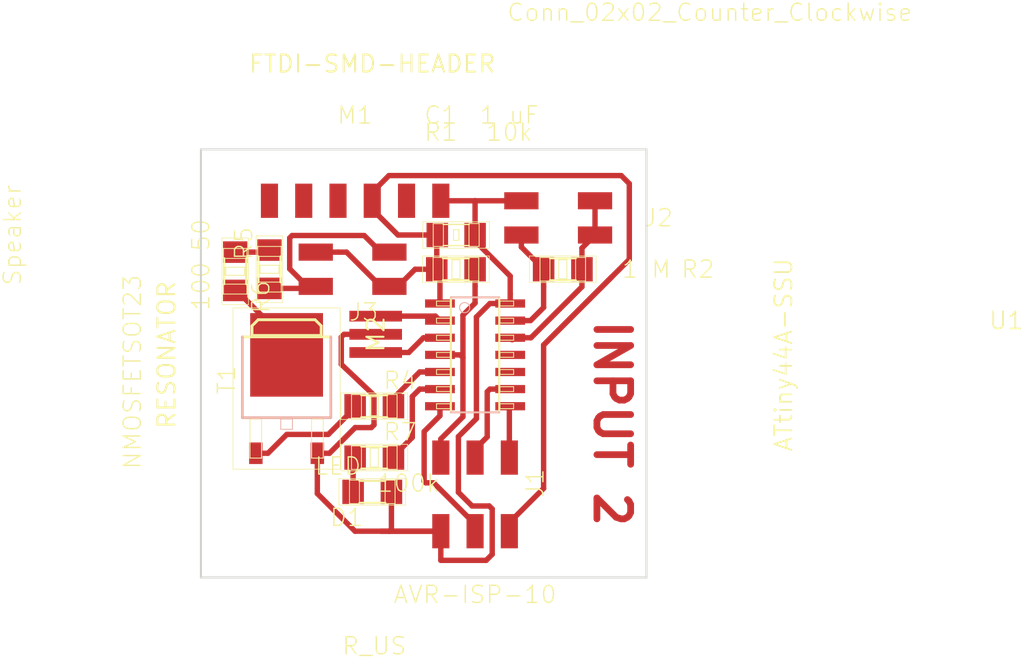
<source format=kicad_pcb>
(kicad_pcb (version 20171130) (host pcbnew 5.0.1)

  (general
    (thickness 1.6)
    (drawings 5)
    (tracks 146)
    (zones 0)
    (modules 15)
    (nets 24)
  )

  (page A4)
  (layers
    (0 F.Cu signal)
    (31 B.Cu signal)
    (32 B.Adhes user)
    (33 F.Adhes user)
    (34 B.Paste user)
    (35 F.Paste user)
    (36 B.SilkS user)
    (37 F.SilkS user)
    (38 B.Mask user)
    (39 F.Mask user)
    (40 Dwgs.User user)
    (41 Cmts.User user)
    (42 Eco1.User user)
    (43 Eco2.User user)
    (44 Edge.Cuts user)
    (45 Margin user)
    (46 B.CrtYd user)
    (47 F.CrtYd user)
    (48 B.Fab user)
    (49 F.Fab user)
  )

  (setup
    (last_trace_width 0.4)
    (trace_clearance 0.4)
    (zone_clearance 0.508)
    (zone_45_only no)
    (trace_min 0.2)
    (segment_width 0.2)
    (edge_width 0.15)
    (via_size 0.8)
    (via_drill 0.4)
    (via_min_size 0.4)
    (via_min_drill 0.3)
    (uvia_size 0.3)
    (uvia_drill 0.1)
    (uvias_allowed no)
    (uvia_min_size 0.2)
    (uvia_min_drill 0.1)
    (pcb_text_width 0.3)
    (pcb_text_size 1.5 1.5)
    (mod_edge_width 0.15)
    (mod_text_size 1 1)
    (mod_text_width 0.15)
    (pad_size 1.524 1.524)
    (pad_drill 0.762)
    (pad_to_mask_clearance 0.051)
    (solder_mask_min_width 0.25)
    (aux_axis_origin 0 0)
    (visible_elements FFFFFF7F)
    (pcbplotparams
      (layerselection 0x010fc_ffffffff)
      (usegerberextensions false)
      (usegerberattributes false)
      (usegerberadvancedattributes false)
      (creategerberjobfile false)
      (excludeedgelayer true)
      (linewidth 0.100000)
      (plotframeref false)
      (viasonmask false)
      (mode 1)
      (useauxorigin false)
      (hpglpennumber 1)
      (hpglpenspeed 20)
      (hpglpendiameter 15.000000)
      (psnegative false)
      (psa4output false)
      (plotreference true)
      (plotvalue true)
      (plotinvisibletext false)
      (padsonsilk false)
      (subtractmaskfromsilk false)
      (outputformat 1)
      (mirror false)
      (drillshape 1)
      (scaleselection 1)
      (outputdirectory ""))
  )

  (net 0 "")
  (net 1 Earth)
  (net 2 "Net-(M1-Pad2)")
  (net 3 +5V)
  (net 4 "Net-(M1-Pad4)")
  (net 5 /SCK)
  (net 6 "Net-(M1-Pad6)")
  (net 7 /XTAL1)
  (net 8 /XTAL2)
  (net 9 /MOSI)
  (net 10 "Net-(J1-Pad5)")
  (net 11 /SENSE2)
  (net 12 /SENSE1)
  (net 13 /MISO)
  (net 14 "Net-(U1-Pad10)")
  (net 15 "Net-(U1-Pad11)")
  (net 16 "Net-(J3-Pad2)")
  (net 17 "Net-(M1-Pad5)")
  (net 18 "Net-(R4-Pad1)")
  (net 19 /IC-SPEAKER)
  (net 20 "Net-(R5-Pad2)")
  (net 21 "Net-(R6-Pad2)")
  (net 22 /LED1)
  (net 23 "Net-(D1-Pad2)")

  (net_class Default "This is the default net class."
    (clearance 0.4)
    (trace_width 0.4)
    (via_dia 0.8)
    (via_drill 0.4)
    (uvia_dia 0.3)
    (uvia_drill 0.1)
    (add_net +5V)
    (add_net /IC-SPEAKER)
    (add_net /LED1)
    (add_net /MISO)
    (add_net /MOSI)
    (add_net /SCK)
    (add_net /SENSE1)
    (add_net /SENSE2)
    (add_net /XTAL1)
    (add_net /XTAL2)
    (add_net Earth)
    (add_net "Net-(D1-Pad2)")
    (add_net "Net-(J1-Pad5)")
    (add_net "Net-(J3-Pad2)")
    (add_net "Net-(M1-Pad2)")
    (add_net "Net-(M1-Pad4)")
    (add_net "Net-(M1-Pad5)")
    (add_net "Net-(M1-Pad6)")
    (add_net "Net-(R4-Pad1)")
    (add_net "Net-(R5-Pad2)")
    (add_net "Net-(R6-Pad2)")
    (add_net "Net-(U1-Pad10)")
    (add_net "Net-(U1-Pad11)")
  )

  (module fab:fab-TO252 (layer F.Cu) (tedit 200000) (tstamp 5BE0EBEE)
    (at 204.47 142.19936)
    (descr "SMALL OUTLINE TRANSISTOR")
    (tags "SMALL OUTLINE TRANSISTOR")
    (path /5BE16F92)
    (attr smd)
    (fp_text reference T1 (at -4.445 -0.635 90) (layer F.SilkS)
      (effects (font (size 1.27 1.27) (thickness 0.1016)))
    )
    (fp_text value NMOSFETSOT23 (at -11.43 -1.22936 90) (layer F.SilkS)
      (effects (font (size 1.27 1.27) (thickness 0.1016)))
    )
    (fp_line (start 2.5654 -3.937) (end -2.5654 -3.937) (layer F.SilkS) (width 0.19812))
    (fp_line (start 2.5654 -4.6482) (end 2.5654 -3.937) (layer F.SilkS) (width 0.19812))
    (fp_line (start 2.1082 -5.1054) (end 2.5654 -4.6482) (layer F.SilkS) (width 0.19812))
    (fp_line (start -2.1082 -5.1054) (end 2.1082 -5.1054) (layer F.SilkS) (width 0.19812))
    (fp_line (start -2.5654 -4.6482) (end -2.1082 -5.1054) (layer F.SilkS) (width 0.19812))
    (fp_line (start -2.5654 -3.937) (end -2.5654 -4.6482) (layer F.SilkS) (width 0.19812))
    (fp_line (start 2.5654 -3.937) (end -2.5654 -3.937) (layer F.SilkS) (width 0.2032))
    (fp_line (start 2.5654 -4.6482) (end 2.5654 -3.937) (layer F.SilkS) (width 0.2032))
    (fp_line (start 2.1082 -5.1054) (end 2.5654 -4.6482) (layer F.SilkS) (width 0.2032))
    (fp_line (start -2.1082 -5.1054) (end 2.1082 -5.1054) (layer F.SilkS) (width 0.2032))
    (fp_line (start -2.5654 -4.6482) (end -2.1082 -5.1054) (layer F.SilkS) (width 0.2032))
    (fp_line (start -2.5654 -3.937) (end -2.5654 -4.6482) (layer F.SilkS) (width 0.2032))
    (fp_line (start 3.97256 -5.9817) (end 3.97256 5.9817) (layer F.SilkS) (width 0.0508))
    (fp_line (start -3.97256 5.9817) (end -3.97256 -5.9817) (layer F.SilkS) (width 0.0508))
    (fp_line (start 3.97256 5.9817) (end -3.97256 5.9817) (layer F.SilkS) (width 0.0508))
    (fp_line (start -3.97256 -5.9817) (end 3.97256 -5.9817) (layer F.SilkS) (width 0.0508))
    (fp_line (start -3.2766 -3.83286) (end 3.2766 -3.83286) (layer F.SilkS) (width 0.2032))
    (fp_line (start -3.2766 2.159) (end -3.2766 -3.8354) (layer B.SilkS) (width 0.2032))
    (fp_line (start 3.2766 2.159) (end -3.2766 2.159) (layer B.SilkS) (width 0.2032))
    (fp_line (start 3.2766 -3.8354) (end 3.2766 2.159) (layer B.SilkS) (width 0.2032))
    (fp_line (start -0.4318 3.0226) (end -0.4318 2.2606) (layer B.SilkS) (width 0.06604))
    (fp_line (start -0.4318 2.2606) (end 0.4318 2.2606) (layer B.SilkS) (width 0.06604))
    (fp_line (start 0.4318 3.0226) (end 0.4318 2.2606) (layer B.SilkS) (width 0.06604))
    (fp_line (start -0.4318 3.0226) (end 0.4318 3.0226) (layer B.SilkS) (width 0.06604))
    (fp_line (start 1.8542 5.1562) (end 1.8542 2.2606) (layer F.SilkS) (width 0.06604))
    (fp_line (start 1.8542 2.2606) (end 2.7178 2.2606) (layer F.SilkS) (width 0.06604))
    (fp_line (start 2.7178 5.1562) (end 2.7178 2.2606) (layer F.SilkS) (width 0.06604))
    (fp_line (start 1.8542 5.1562) (end 2.7178 5.1562) (layer F.SilkS) (width 0.06604))
    (fp_line (start -2.7178 5.1562) (end -2.7178 2.2606) (layer F.SilkS) (width 0.06604))
    (fp_line (start -2.7178 2.2606) (end -1.8542 2.2606) (layer F.SilkS) (width 0.06604))
    (fp_line (start -1.8542 5.1562) (end -1.8542 2.2606) (layer F.SilkS) (width 0.06604))
    (fp_line (start -2.7178 5.1562) (end -1.8542 5.1562) (layer F.SilkS) (width 0.06604))
    (pad 3 smd rect (at 0 -2.49936) (size 5.3975 6.1976) (layers F.Cu F.Paste F.Mask)
      (net 21 "Net-(R6-Pad2)"))
    (pad 2 smd rect (at 2.27838 4.79806) (size 0.99822 1.59766) (layers F.Cu F.Paste F.Mask)
      (net 1 Earth))
    (pad 1 smd rect (at -2.27838 4.79806) (size 0.99822 1.59766) (layers F.Cu F.Paste F.Mask)
      (net 18 "Net-(R4-Pad1)"))
  )

  (module fab:fab-R1206 (layer F.Cu) (tedit 200000) (tstamp 5BE0EDAF)
    (at 217.02014 133.35)
    (descr RESISTOR)
    (tags RESISTOR)
    (path /5BE0E8C1)
    (attr smd)
    (fp_text reference R1 (at -1.12014 -10.16) (layer F.SilkS)
      (effects (font (size 1.27 1.27) (thickness 0.1016)))
    )
    (fp_text value 10k (at 3.95986 -10.16) (layer F.SilkS)
      (effects (font (size 1.27 1.27) (thickness 0.1016)))
    )
    (fp_line (start -1.6891 0.8763) (end -0.9525 0.8763) (layer F.SilkS) (width 0.06604))
    (fp_line (start -0.9525 0.8763) (end -0.9525 -0.8763) (layer F.SilkS) (width 0.06604))
    (fp_line (start -1.6891 -0.8763) (end -0.9525 -0.8763) (layer F.SilkS) (width 0.06604))
    (fp_line (start -1.6891 0.8763) (end -1.6891 -0.8763) (layer F.SilkS) (width 0.06604))
    (fp_line (start 0.9525 0.8763) (end 1.6891 0.8763) (layer F.SilkS) (width 0.06604))
    (fp_line (start 1.6891 0.8763) (end 1.6891 -0.8763) (layer F.SilkS) (width 0.06604))
    (fp_line (start 0.9525 -0.8763) (end 1.6891 -0.8763) (layer F.SilkS) (width 0.06604))
    (fp_line (start 0.9525 0.8763) (end 0.9525 -0.8763) (layer F.SilkS) (width 0.06604))
    (fp_line (start -0.29972 0.6985) (end 0.29972 0.6985) (layer F.SilkS) (width 0.06604))
    (fp_line (start 0.29972 0.6985) (end 0.29972 -0.6985) (layer F.SilkS) (width 0.06604))
    (fp_line (start -0.29972 -0.6985) (end 0.29972 -0.6985) (layer F.SilkS) (width 0.06604))
    (fp_line (start -0.29972 0.6985) (end -0.29972 -0.6985) (layer F.SilkS) (width 0.06604))
    (fp_line (start 0.9525 0.8128) (end -0.9652 0.8128) (layer F.SilkS) (width 0.1524))
    (fp_line (start 0.9525 -0.8128) (end -0.9652 -0.8128) (layer F.SilkS) (width 0.1524))
    (fp_line (start -2.47142 -0.98298) (end 2.47142 -0.98298) (layer F.SilkS) (width 0.0508))
    (fp_line (start 2.47142 -0.98298) (end 2.47142 0.98298) (layer F.SilkS) (width 0.0508))
    (fp_line (start 2.47142 0.98298) (end -2.47142 0.98298) (layer F.SilkS) (width 0.0508))
    (fp_line (start -2.47142 0.98298) (end -2.47142 -0.98298) (layer F.SilkS) (width 0.0508))
    (pad 1 smd rect (at -1.41986 0) (size 1.59766 1.80086) (layers F.Cu F.Paste F.Mask)
      (net 3 +5V))
    (pad 2 smd rect (at 1.41986 0) (size 1.59766 1.80086) (layers F.Cu F.Paste F.Mask)
      (net 10 "Net-(J1-Pad5)"))
  )

  (module fab:fab-R1206 (layer F.Cu) (tedit 200000) (tstamp 5BE0EDC7)
    (at 224.93986 133.35 180)
    (descr RESISTOR)
    (tags RESISTOR)
    (path /5BE117D5)
    (attr smd)
    (fp_text reference R2 (at -10.01014 0 180) (layer F.SilkS)
      (effects (font (size 1.27 1.27) (thickness 0.1016)))
    )
    (fp_text value "1 M" (at -6.20014 0 180) (layer F.SilkS)
      (effects (font (size 1.27 1.27) (thickness 0.1016)))
    )
    (fp_line (start -2.47142 0.98298) (end -2.47142 -0.98298) (layer F.SilkS) (width 0.0508))
    (fp_line (start 2.47142 0.98298) (end -2.47142 0.98298) (layer F.SilkS) (width 0.0508))
    (fp_line (start 2.47142 -0.98298) (end 2.47142 0.98298) (layer F.SilkS) (width 0.0508))
    (fp_line (start -2.47142 -0.98298) (end 2.47142 -0.98298) (layer F.SilkS) (width 0.0508))
    (fp_line (start 0.9525 -0.8128) (end -0.9652 -0.8128) (layer F.SilkS) (width 0.1524))
    (fp_line (start 0.9525 0.8128) (end -0.9652 0.8128) (layer F.SilkS) (width 0.1524))
    (fp_line (start -0.29972 0.6985) (end -0.29972 -0.6985) (layer F.SilkS) (width 0.06604))
    (fp_line (start -0.29972 -0.6985) (end 0.29972 -0.6985) (layer F.SilkS) (width 0.06604))
    (fp_line (start 0.29972 0.6985) (end 0.29972 -0.6985) (layer F.SilkS) (width 0.06604))
    (fp_line (start -0.29972 0.6985) (end 0.29972 0.6985) (layer F.SilkS) (width 0.06604))
    (fp_line (start 0.9525 0.8763) (end 0.9525 -0.8763) (layer F.SilkS) (width 0.06604))
    (fp_line (start 0.9525 -0.8763) (end 1.6891 -0.8763) (layer F.SilkS) (width 0.06604))
    (fp_line (start 1.6891 0.8763) (end 1.6891 -0.8763) (layer F.SilkS) (width 0.06604))
    (fp_line (start 0.9525 0.8763) (end 1.6891 0.8763) (layer F.SilkS) (width 0.06604))
    (fp_line (start -1.6891 0.8763) (end -1.6891 -0.8763) (layer F.SilkS) (width 0.06604))
    (fp_line (start -1.6891 -0.8763) (end -0.9525 -0.8763) (layer F.SilkS) (width 0.06604))
    (fp_line (start -0.9525 0.8763) (end -0.9525 -0.8763) (layer F.SilkS) (width 0.06604))
    (fp_line (start -1.6891 0.8763) (end -0.9525 0.8763) (layer F.SilkS) (width 0.06604))
    (pad 2 smd rect (at 1.41986 0 180) (size 1.59766 1.80086) (layers F.Cu F.Paste F.Mask)
      (net 11 /SENSE2))
    (pad 1 smd rect (at -1.41986 0 180) (size 1.59766 1.80086) (layers F.Cu F.Paste F.Mask)
      (net 12 /SENSE1))
  )

  (module fab:fab-1X06SMD (layer F.Cu) (tedit 200000) (tstamp 5BE0EBD0)
    (at 209.55 128.27 270)
    (path /5BE150B5)
    (attr smd)
    (fp_text reference M1 (at -6.35 0) (layer F.SilkS)
      (effects (font (size 1.27 1.27) (thickness 0.1016)))
    )
    (fp_text value FTDI-SMD-HEADER (at -10.16 -1.27) (layer F.SilkS)
      (effects (font (size 1.27 1.27) (thickness 0.15)))
    )
    (pad 1 smd rect (at 0 -6.35 270) (size 2.54 1.27) (layers F.Cu F.Paste F.Mask)
      (net 1 Earth))
    (pad 2 smd rect (at 0 -3.81 270) (size 2.54 1.27) (layers F.Cu F.Paste F.Mask)
      (net 2 "Net-(M1-Pad2)"))
    (pad 3 smd rect (at 0 -1.27 270) (size 2.54 1.27) (layers F.Cu F.Paste F.Mask)
      (net 3 +5V))
    (pad 4 smd rect (at 0 1.27 270) (size 2.54 1.27) (layers F.Cu F.Paste F.Mask)
      (net 4 "Net-(M1-Pad4)"))
    (pad 5 smd rect (at 0 3.81 270) (size 2.54 1.27) (layers F.Cu F.Paste F.Mask)
      (net 17 "Net-(M1-Pad5)"))
    (pad 6 smd rect (at 0 6.35 270) (size 2.54 1.27) (layers F.Cu F.Paste F.Mask)
      (net 6 "Net-(M1-Pad6)"))
  )

  (module fab:fab-EFOBM (layer F.Cu) (tedit 200000) (tstamp 5BE0EBD7)
    (at 211.074 138.176 270)
    (path /5BE17485)
    (attr smd)
    (fp_text reference M2 (at 0 0 270) (layer F.SilkS)
      (effects (font (size 1.27 1.27) (thickness 0.15)))
    )
    (fp_text value RESONATOR (at 1.524 15.494 270) (layer F.SilkS)
      (effects (font (size 1.27 1.27) (thickness 0.15)))
    )
    (pad 1 smd rect (at -1.34874 0) (size 3.8989 0.79756) (layers F.Cu F.Paste F.Mask)
      (net 7 /XTAL1))
    (pad 2 smd rect (at 0 0 180) (size 3.8989 0.79756) (layers F.Cu F.Paste F.Mask)
      (net 1 Earth))
    (pad 3 smd rect (at 1.34874 0 180) (size 3.8989 0.79756) (layers F.Cu F.Paste F.Mask)
      (net 8 /XTAL2))
  )

  (module fab:fab-C1206 (layer F.Cu) (tedit 200000) (tstamp 5BE0ED85)
    (at 217.04046 130.81)
    (descr CAPACITOR)
    (tags CAPACITOR)
    (path /5BE0E626)
    (attr smd)
    (fp_text reference C1 (at -1.14046 -8.89) (layer F.SilkS)
      (effects (font (size 1.27 1.27) (thickness 0.1016)))
    )
    (fp_text value "1 uF" (at 3.93954 -8.89) (layer F.SilkS)
      (effects (font (size 1.27 1.27) (thickness 0.1016)))
    )
    (fp_line (start -1.7018 0.8509) (end -0.94996 0.8509) (layer F.SilkS) (width 0.06604))
    (fp_line (start -0.94996 0.8509) (end -0.94996 -0.84836) (layer F.SilkS) (width 0.06604))
    (fp_line (start -1.7018 -0.84836) (end -0.94996 -0.84836) (layer F.SilkS) (width 0.06604))
    (fp_line (start -1.7018 0.8509) (end -1.7018 -0.84836) (layer F.SilkS) (width 0.06604))
    (fp_line (start 0.94996 0.84836) (end 1.7018 0.84836) (layer F.SilkS) (width 0.06604))
    (fp_line (start 1.7018 0.84836) (end 1.7018 -0.8509) (layer F.SilkS) (width 0.06604))
    (fp_line (start 0.94996 -0.8509) (end 1.7018 -0.8509) (layer F.SilkS) (width 0.06604))
    (fp_line (start 0.94996 0.84836) (end 0.94996 -0.8509) (layer F.SilkS) (width 0.06604))
    (fp_line (start -0.19812 0.39878) (end 0.19812 0.39878) (layer F.SilkS) (width 0.06604))
    (fp_line (start 0.19812 0.39878) (end 0.19812 -0.39878) (layer F.SilkS) (width 0.06604))
    (fp_line (start -0.19812 -0.39878) (end 0.19812 -0.39878) (layer F.SilkS) (width 0.06604))
    (fp_line (start -0.19812 0.39878) (end -0.19812 -0.39878) (layer F.SilkS) (width 0.06604))
    (fp_line (start -2.47142 -0.98298) (end 2.47142 -0.98298) (layer F.SilkS) (width 0.0508))
    (fp_line (start 2.47142 0.98298) (end -2.47142 0.98298) (layer F.SilkS) (width 0.0508))
    (fp_line (start -2.47142 0.98298) (end -2.47142 -0.98298) (layer F.SilkS) (width 0.0508))
    (fp_line (start 2.47142 -0.98298) (end 2.47142 0.98298) (layer F.SilkS) (width 0.0508))
    (fp_line (start -0.96266 -0.78486) (end 0.96266 -0.78486) (layer F.SilkS) (width 0.1016))
    (fp_line (start -0.96266 0.78486) (end 0.96266 0.78486) (layer F.SilkS) (width 0.1016))
    (pad 1 smd rect (at -1.39954 0) (size 1.59766 1.79832) (layers F.Cu F.Paste F.Mask)
      (net 3 +5V))
    (pad 2 smd rect (at 1.39954 0) (size 1.59766 1.79832) (layers F.Cu F.Paste F.Mask)
      (net 1 Earth))
  )

  (module fab:fab-2X03SMD (layer F.Cu) (tedit 200000) (tstamp 5BE0ED8F)
    (at 218.44 149.86 270)
    (path /5BE0E527)
    (attr smd)
    (fp_text reference J1 (at -0.635 -4.445 270) (layer F.SilkS)
      (effects (font (size 1.27 1.27) (thickness 0.1016)))
    )
    (fp_text value AVR-ISP-10 (at 7.62 0) (layer F.SilkS)
      (effects (font (size 1.27 1.27) (thickness 0.1016)))
    )
    (pad 1 smd rect (at -2.54 -2.54 270) (size 2.54 1.27) (layers F.Cu F.Paste F.Mask)
      (net 13 /MISO))
    (pad 2 smd rect (at 2.91846 -2.54 270) (size 2.54 1.27) (layers F.Cu F.Paste F.Mask)
      (net 3 +5V))
    (pad 3 smd rect (at -2.54 0 270) (size 2.54 1.27) (layers F.Cu F.Paste F.Mask)
      (net 5 /SCK))
    (pad 4 smd rect (at 2.91846 0 270) (size 2.54 1.27) (layers F.Cu F.Paste F.Mask)
      (net 9 /MOSI))
    (pad 5 smd rect (at -2.54 2.54 270) (size 2.54 1.27) (layers F.Cu F.Paste F.Mask)
      (net 10 "Net-(J1-Pad5)"))
    (pad 6 smd rect (at 2.91846 2.54 270) (size 2.54 1.27) (layers F.Cu F.Paste F.Mask)
      (net 1 Earth))
  )

  (module fab:fab-SOIC14 (layer F.Cu) (tedit 200000) (tstamp 5BE0EF8A)
    (at 218.44 139.7 270)
    (descr "SMALL OUTLINE PACKAGE")
    (tags "SMALL OUTLINE PACKAGE")
    (path /5BE0E444)
    (attr smd)
    (fp_text reference U1 (at -2.54 -39.37) (layer F.SilkS)
      (effects (font (size 1.27 1.27) (thickness 0.127)))
    )
    (fp_text value ATtiny44A-SSU (at 0 -22.86 270) (layer F.SilkS)
      (effects (font (size 1.27 1.27) (thickness 0.127)))
    )
    (fp_line (start -3.9878 -1.8415) (end -3.62966 -1.8415) (layer F.SilkS) (width 0.06604))
    (fp_line (start -3.62966 -1.8415) (end -3.62966 -2.8575) (layer F.SilkS) (width 0.06604))
    (fp_line (start -3.9878 -2.8575) (end -3.62966 -2.8575) (layer F.SilkS) (width 0.06604))
    (fp_line (start -3.9878 -1.8415) (end -3.9878 -2.8575) (layer F.SilkS) (width 0.06604))
    (fp_line (start -2.7178 -1.8415) (end -2.3622 -1.8415) (layer F.SilkS) (width 0.06604))
    (fp_line (start -2.3622 -1.8415) (end -2.3622 -2.8575) (layer F.SilkS) (width 0.06604))
    (fp_line (start -2.7178 -2.8575) (end -2.3622 -2.8575) (layer F.SilkS) (width 0.06604))
    (fp_line (start -2.7178 -1.8415) (end -2.7178 -2.8575) (layer F.SilkS) (width 0.06604))
    (fp_line (start -1.4478 -1.8415) (end -1.08966 -1.8415) (layer F.SilkS) (width 0.06604))
    (fp_line (start -1.08966 -1.8415) (end -1.08966 -2.8575) (layer F.SilkS) (width 0.06604))
    (fp_line (start -1.4478 -2.8575) (end -1.08966 -2.8575) (layer F.SilkS) (width 0.06604))
    (fp_line (start -1.4478 -1.8415) (end -1.4478 -2.8575) (layer F.SilkS) (width 0.06604))
    (fp_line (start -0.1778 -1.8415) (end 0.1778 -1.8415) (layer F.SilkS) (width 0.06604))
    (fp_line (start 0.1778 -1.8415) (end 0.1778 -2.8575) (layer F.SilkS) (width 0.06604))
    (fp_line (start -0.1778 -2.8575) (end 0.1778 -2.8575) (layer F.SilkS) (width 0.06604))
    (fp_line (start -0.1778 -1.8415) (end -0.1778 -2.8575) (layer F.SilkS) (width 0.06604))
    (fp_line (start 1.08966 -1.8415) (end 1.4478 -1.8415) (layer F.SilkS) (width 0.06604))
    (fp_line (start 1.4478 -1.8415) (end 1.4478 -2.8575) (layer F.SilkS) (width 0.06604))
    (fp_line (start 1.08966 -2.8575) (end 1.4478 -2.8575) (layer F.SilkS) (width 0.06604))
    (fp_line (start 1.08966 -1.8415) (end 1.08966 -2.8575) (layer F.SilkS) (width 0.06604))
    (fp_line (start 2.3622 -1.8415) (end 2.7178 -1.8415) (layer F.SilkS) (width 0.06604))
    (fp_line (start 2.7178 -1.8415) (end 2.7178 -2.8575) (layer F.SilkS) (width 0.06604))
    (fp_line (start 2.3622 -2.8575) (end 2.7178 -2.8575) (layer F.SilkS) (width 0.06604))
    (fp_line (start 2.3622 -1.8415) (end 2.3622 -2.8575) (layer F.SilkS) (width 0.06604))
    (fp_line (start 3.62966 -1.8415) (end 3.9878 -1.8415) (layer F.SilkS) (width 0.06604))
    (fp_line (start 3.9878 -1.8415) (end 3.9878 -2.8575) (layer F.SilkS) (width 0.06604))
    (fp_line (start 3.62966 -2.8575) (end 3.9878 -2.8575) (layer F.SilkS) (width 0.06604))
    (fp_line (start 3.62966 -1.8415) (end 3.62966 -2.8575) (layer F.SilkS) (width 0.06604))
    (fp_line (start 3.62966 2.8575) (end 3.9878 2.8575) (layer F.SilkS) (width 0.06604))
    (fp_line (start 3.9878 2.8575) (end 3.9878 1.8415) (layer F.SilkS) (width 0.06604))
    (fp_line (start 3.62966 1.8415) (end 3.9878 1.8415) (layer F.SilkS) (width 0.06604))
    (fp_line (start 3.62966 2.8575) (end 3.62966 1.8415) (layer F.SilkS) (width 0.06604))
    (fp_line (start 2.3622 2.8575) (end 2.7178 2.8575) (layer F.SilkS) (width 0.06604))
    (fp_line (start 2.7178 2.8575) (end 2.7178 1.8415) (layer F.SilkS) (width 0.06604))
    (fp_line (start 2.3622 1.8415) (end 2.7178 1.8415) (layer F.SilkS) (width 0.06604))
    (fp_line (start 2.3622 2.8575) (end 2.3622 1.8415) (layer F.SilkS) (width 0.06604))
    (fp_line (start 1.08966 2.8575) (end 1.4478 2.8575) (layer F.SilkS) (width 0.06604))
    (fp_line (start 1.4478 2.8575) (end 1.4478 1.8415) (layer F.SilkS) (width 0.06604))
    (fp_line (start 1.08966 1.8415) (end 1.4478 1.8415) (layer F.SilkS) (width 0.06604))
    (fp_line (start 1.08966 2.8575) (end 1.08966 1.8415) (layer F.SilkS) (width 0.06604))
    (fp_line (start -0.1778 2.8575) (end 0.1778 2.8575) (layer F.SilkS) (width 0.06604))
    (fp_line (start 0.1778 2.8575) (end 0.1778 1.8415) (layer F.SilkS) (width 0.06604))
    (fp_line (start -0.1778 1.8415) (end 0.1778 1.8415) (layer F.SilkS) (width 0.06604))
    (fp_line (start -0.1778 2.8575) (end -0.1778 1.8415) (layer F.SilkS) (width 0.06604))
    (fp_line (start -1.4478 2.8575) (end -1.08966 2.8575) (layer F.SilkS) (width 0.06604))
    (fp_line (start -1.08966 2.8575) (end -1.08966 1.8415) (layer F.SilkS) (width 0.06604))
    (fp_line (start -1.4478 1.8415) (end -1.08966 1.8415) (layer F.SilkS) (width 0.06604))
    (fp_line (start -1.4478 2.8575) (end -1.4478 1.8415) (layer F.SilkS) (width 0.06604))
    (fp_line (start -2.7178 2.8575) (end -2.3622 2.8575) (layer F.SilkS) (width 0.06604))
    (fp_line (start -2.3622 2.8575) (end -2.3622 1.8415) (layer F.SilkS) (width 0.06604))
    (fp_line (start -2.7178 1.8415) (end -2.3622 1.8415) (layer F.SilkS) (width 0.06604))
    (fp_line (start -2.7178 2.8575) (end -2.7178 1.8415) (layer F.SilkS) (width 0.06604))
    (fp_line (start -3.9878 2.8575) (end -3.62966 2.8575) (layer F.SilkS) (width 0.06604))
    (fp_line (start -3.62966 2.8575) (end -3.62966 1.8415) (layer F.SilkS) (width 0.06604))
    (fp_line (start -3.9878 1.8415) (end -3.62966 1.8415) (layer F.SilkS) (width 0.06604))
    (fp_line (start -3.9878 2.8575) (end -3.9878 1.8415) (layer F.SilkS) (width 0.06604))
    (fp_line (start -4.26466 1.7907) (end 4.26466 1.7907) (layer F.SilkS) (width 0.1524))
    (fp_line (start 4.26466 1.7907) (end 4.26466 -1.7907) (layer B.SilkS) (width 0.1524))
    (fp_line (start 4.26466 -1.7907) (end -4.26466 -1.7907) (layer F.SilkS) (width 0.1524))
    (fp_line (start -4.26466 -1.7907) (end -4.26466 1.7907) (layer B.SilkS) (width 0.1524))
    (fp_circle (center -3.5052 0.7747) (end -3.7719 1.0414) (layer B.SilkS) (width 0.0762))
    (pad 1 smd rect (at -3.81 2.6035 270) (size 0.6096 2.20726) (layers F.Cu F.Paste F.Mask)
      (net 3 +5V))
    (pad 2 smd rect (at -2.54 2.6035 270) (size 0.6096 2.20726) (layers F.Cu F.Paste F.Mask)
      (net 7 /XTAL1))
    (pad 3 smd rect (at -1.27 2.6035 270) (size 0.6096 2.20726) (layers F.Cu F.Paste F.Mask)
      (net 8 /XTAL2))
    (pad 4 smd rect (at 0 2.6035 270) (size 0.6096 2.20726) (layers F.Cu F.Paste F.Mask)
      (net 10 "Net-(J1-Pad5)"))
    (pad 5 smd rect (at 1.27 2.6035 270) (size 0.6096 2.20726) (layers F.Cu F.Paste F.Mask)
      (net 19 /IC-SPEAKER))
    (pad 6 smd rect (at 2.54 2.6035 270) (size 0.6096 2.20726) (layers F.Cu F.Paste F.Mask)
      (net 22 /LED1))
    (pad 7 smd rect (at 3.81 2.6035 270) (size 0.6096 2.20726) (layers F.Cu F.Paste F.Mask)
      (net 9 /MOSI))
    (pad 8 smd rect (at 3.81 -2.6035 270) (size 0.6096 2.20726) (layers F.Cu F.Paste F.Mask)
      (net 13 /MISO))
    (pad 9 smd rect (at 2.54 -2.6035 270) (size 0.6096 2.20726) (layers F.Cu F.Paste F.Mask)
      (net 5 /SCK))
    (pad 10 smd rect (at 1.27 -2.6035 270) (size 0.6096 2.20726) (layers F.Cu F.Paste F.Mask)
      (net 14 "Net-(U1-Pad10)"))
    (pad 11 smd rect (at 0 -2.6035 270) (size 0.6096 2.20726) (layers F.Cu F.Paste F.Mask)
      (net 15 "Net-(U1-Pad11)"))
    (pad 12 smd rect (at -1.27 -2.6035 270) (size 0.6096 2.20726) (layers F.Cu F.Paste F.Mask)
      (net 12 /SENSE1))
    (pad 13 smd rect (at -2.54 -2.6035 270) (size 0.6096 2.20726) (layers F.Cu F.Paste F.Mask)
      (net 11 /SENSE2))
    (pad 14 smd rect (at -3.81 -2.6035 270) (size 0.6096 2.20726) (layers F.Cu F.Paste F.Mask)
      (net 1 Earth))
  )

  (module fab:fab-2X02SMD (layer F.Cu) (tedit 200000) (tstamp 5BE0F6C4)
    (at 224.41154 129.54)
    (path /5BE10E73)
    (attr smd)
    (fp_text reference J2 (at 7.62 0) (layer F.SilkS)
      (effects (font (size 1.27 1.27) (thickness 0.1016)))
    )
    (fp_text value Conn_02x02_Counter_Clockwise (at 11.43 -15.24) (layer F.SilkS)
      (effects (font (size 1.27 1.27) (thickness 0.1016)))
    )
    (pad 1 smd rect (at -2.54 -1.27) (size 2.54 1.27) (layers F.Cu F.Paste F.Mask)
      (net 1 Earth))
    (pad 2 smd rect (at 2.91846 -1.27) (size 2.54 1.27) (layers F.Cu F.Paste F.Mask)
      (net 12 /SENSE1))
    (pad 3 smd rect (at -2.54 1.27) (size 2.54 1.27) (layers F.Cu F.Paste F.Mask)
      (net 11 /SENSE2))
    (pad 4 smd rect (at 2.91846 1.27) (size 2.54 1.27) (layers F.Cu F.Paste F.Mask)
      (net 12 /SENSE1))
  )

  (module fab:fab-2X02SMD (layer F.Cu) (tedit 200000) (tstamp 5BF3657C)
    (at 209.55 133.35 180)
    (path /5BE77AFC)
    (attr smd)
    (fp_text reference J3 (at -0.635 -3.175 180) (layer F.SilkS)
      (effects (font (size 1.27 1.27) (thickness 0.1016)))
    )
    (fp_text value Speaker (at 25.4 2.54 270) (layer F.SilkS)
      (effects (font (size 1.27 1.27) (thickness 0.1016)))
    )
    (pad 1 smd rect (at -2.54 -1.27 180) (size 2.54 1.27) (layers F.Cu F.Paste F.Mask)
      (net 3 +5V))
    (pad 2 smd rect (at 2.91846 -1.27 180) (size 2.54 1.27) (layers F.Cu F.Paste F.Mask)
      (net 16 "Net-(J3-Pad2)"))
    (pad 3 smd rect (at -2.54 1.27 180) (size 2.54 1.27) (layers F.Cu F.Paste F.Mask)
      (net 16 "Net-(J3-Pad2)"))
    (pad 4 smd rect (at 2.91846 1.27 180) (size 2.54 1.27) (layers F.Cu F.Paste F.Mask)
      (net 3 +5V))
  )

  (module fab:fab-R1206 (layer F.Cu) (tedit 200000) (tstamp 5BF36594)
    (at 210.96986 143.51)
    (descr RESISTOR)
    (tags RESISTOR)
    (path /5BE89A23)
    (attr smd)
    (fp_text reference R4 (at 1.905 -1.905) (layer F.SilkS)
      (effects (font (size 1.27 1.27) (thickness 0.1016)))
    )
    (fp_text value R_US (at 0 17.78) (layer F.SilkS)
      (effects (font (size 1.27 1.27) (thickness 0.1016)))
    )
    (fp_line (start -1.6891 0.8763) (end -0.9525 0.8763) (layer F.SilkS) (width 0.06604))
    (fp_line (start -0.9525 0.8763) (end -0.9525 -0.8763) (layer F.SilkS) (width 0.06604))
    (fp_line (start -1.6891 -0.8763) (end -0.9525 -0.8763) (layer F.SilkS) (width 0.06604))
    (fp_line (start -1.6891 0.8763) (end -1.6891 -0.8763) (layer F.SilkS) (width 0.06604))
    (fp_line (start 0.9525 0.8763) (end 1.6891 0.8763) (layer F.SilkS) (width 0.06604))
    (fp_line (start 1.6891 0.8763) (end 1.6891 -0.8763) (layer F.SilkS) (width 0.06604))
    (fp_line (start 0.9525 -0.8763) (end 1.6891 -0.8763) (layer F.SilkS) (width 0.06604))
    (fp_line (start 0.9525 0.8763) (end 0.9525 -0.8763) (layer F.SilkS) (width 0.06604))
    (fp_line (start -0.29972 0.6985) (end 0.29972 0.6985) (layer F.SilkS) (width 0.06604))
    (fp_line (start 0.29972 0.6985) (end 0.29972 -0.6985) (layer F.SilkS) (width 0.06604))
    (fp_line (start -0.29972 -0.6985) (end 0.29972 -0.6985) (layer F.SilkS) (width 0.06604))
    (fp_line (start -0.29972 0.6985) (end -0.29972 -0.6985) (layer F.SilkS) (width 0.06604))
    (fp_line (start 0.9525 0.8128) (end -0.9652 0.8128) (layer F.SilkS) (width 0.1524))
    (fp_line (start 0.9525 -0.8128) (end -0.9652 -0.8128) (layer F.SilkS) (width 0.1524))
    (fp_line (start -2.47142 -0.98298) (end 2.47142 -0.98298) (layer F.SilkS) (width 0.0508))
    (fp_line (start 2.47142 -0.98298) (end 2.47142 0.98298) (layer F.SilkS) (width 0.0508))
    (fp_line (start 2.47142 0.98298) (end -2.47142 0.98298) (layer F.SilkS) (width 0.0508))
    (fp_line (start -2.47142 0.98298) (end -2.47142 -0.98298) (layer F.SilkS) (width 0.0508))
    (pad 1 smd rect (at -1.41986 0) (size 1.59766 1.80086) (layers F.Cu F.Paste F.Mask)
      (net 18 "Net-(R4-Pad1)"))
    (pad 2 smd rect (at 1.41986 0) (size 1.59766 1.80086) (layers F.Cu F.Paste F.Mask)
      (net 19 /IC-SPEAKER))
  )

  (module fab:fab-R1206 (layer F.Cu) (tedit 200000) (tstamp 5BF365AC)
    (at 203.2 133.35 90)
    (descr RESISTOR)
    (tags RESISTOR)
    (path /5BE7AA05)
    (attr smd)
    (fp_text reference R5 (at 1.905 -1.905 90) (layer F.SilkS)
      (effects (font (size 1.27 1.27) (thickness 0.1016)))
    )
    (fp_text value 100 (at -1.27 -5.08 90) (layer F.SilkS)
      (effects (font (size 1.27 1.27) (thickness 0.1016)))
    )
    (fp_line (start -1.6891 0.8763) (end -0.9525 0.8763) (layer F.SilkS) (width 0.06604))
    (fp_line (start -0.9525 0.8763) (end -0.9525 -0.8763) (layer F.SilkS) (width 0.06604))
    (fp_line (start -1.6891 -0.8763) (end -0.9525 -0.8763) (layer F.SilkS) (width 0.06604))
    (fp_line (start -1.6891 0.8763) (end -1.6891 -0.8763) (layer F.SilkS) (width 0.06604))
    (fp_line (start 0.9525 0.8763) (end 1.6891 0.8763) (layer F.SilkS) (width 0.06604))
    (fp_line (start 1.6891 0.8763) (end 1.6891 -0.8763) (layer F.SilkS) (width 0.06604))
    (fp_line (start 0.9525 -0.8763) (end 1.6891 -0.8763) (layer F.SilkS) (width 0.06604))
    (fp_line (start 0.9525 0.8763) (end 0.9525 -0.8763) (layer F.SilkS) (width 0.06604))
    (fp_line (start -0.29972 0.6985) (end 0.29972 0.6985) (layer F.SilkS) (width 0.06604))
    (fp_line (start 0.29972 0.6985) (end 0.29972 -0.6985) (layer F.SilkS) (width 0.06604))
    (fp_line (start -0.29972 -0.6985) (end 0.29972 -0.6985) (layer F.SilkS) (width 0.06604))
    (fp_line (start -0.29972 0.6985) (end -0.29972 -0.6985) (layer F.SilkS) (width 0.06604))
    (fp_line (start 0.9525 0.8128) (end -0.9652 0.8128) (layer F.SilkS) (width 0.1524))
    (fp_line (start 0.9525 -0.8128) (end -0.9652 -0.8128) (layer F.SilkS) (width 0.1524))
    (fp_line (start -2.47142 -0.98298) (end 2.47142 -0.98298) (layer F.SilkS) (width 0.0508))
    (fp_line (start 2.47142 -0.98298) (end 2.47142 0.98298) (layer F.SilkS) (width 0.0508))
    (fp_line (start 2.47142 0.98298) (end -2.47142 0.98298) (layer F.SilkS) (width 0.0508))
    (fp_line (start -2.47142 0.98298) (end -2.47142 -0.98298) (layer F.SilkS) (width 0.0508))
    (pad 1 smd rect (at -1.41986 0 90) (size 1.59766 1.80086) (layers F.Cu F.Paste F.Mask)
      (net 16 "Net-(J3-Pad2)"))
    (pad 2 smd rect (at 1.41986 0 90) (size 1.59766 1.80086) (layers F.Cu F.Paste F.Mask)
      (net 20 "Net-(R5-Pad2)"))
  )

  (module fab:fab-R1206 (layer F.Cu) (tedit 200000) (tstamp 5BF365C4)
    (at 200.66 133.49986 270)
    (descr RESISTOR)
    (tags RESISTOR)
    (path /5BE82EBE)
    (attr smd)
    (fp_text reference R6 (at 1.905 -1.905 270) (layer F.SilkS)
      (effects (font (size 1.27 1.27) (thickness 0.1016)))
    )
    (fp_text value 50 (at -2.68986 2.54 270) (layer F.SilkS)
      (effects (font (size 1.27 1.27) (thickness 0.1016)))
    )
    (fp_line (start -2.47142 0.98298) (end -2.47142 -0.98298) (layer F.SilkS) (width 0.0508))
    (fp_line (start 2.47142 0.98298) (end -2.47142 0.98298) (layer F.SilkS) (width 0.0508))
    (fp_line (start 2.47142 -0.98298) (end 2.47142 0.98298) (layer F.SilkS) (width 0.0508))
    (fp_line (start -2.47142 -0.98298) (end 2.47142 -0.98298) (layer F.SilkS) (width 0.0508))
    (fp_line (start 0.9525 -0.8128) (end -0.9652 -0.8128) (layer F.SilkS) (width 0.1524))
    (fp_line (start 0.9525 0.8128) (end -0.9652 0.8128) (layer F.SilkS) (width 0.1524))
    (fp_line (start -0.29972 0.6985) (end -0.29972 -0.6985) (layer F.SilkS) (width 0.06604))
    (fp_line (start -0.29972 -0.6985) (end 0.29972 -0.6985) (layer F.SilkS) (width 0.06604))
    (fp_line (start 0.29972 0.6985) (end 0.29972 -0.6985) (layer F.SilkS) (width 0.06604))
    (fp_line (start -0.29972 0.6985) (end 0.29972 0.6985) (layer F.SilkS) (width 0.06604))
    (fp_line (start 0.9525 0.8763) (end 0.9525 -0.8763) (layer F.SilkS) (width 0.06604))
    (fp_line (start 0.9525 -0.8763) (end 1.6891 -0.8763) (layer F.SilkS) (width 0.06604))
    (fp_line (start 1.6891 0.8763) (end 1.6891 -0.8763) (layer F.SilkS) (width 0.06604))
    (fp_line (start 0.9525 0.8763) (end 1.6891 0.8763) (layer F.SilkS) (width 0.06604))
    (fp_line (start -1.6891 0.8763) (end -1.6891 -0.8763) (layer F.SilkS) (width 0.06604))
    (fp_line (start -1.6891 -0.8763) (end -0.9525 -0.8763) (layer F.SilkS) (width 0.06604))
    (fp_line (start -0.9525 0.8763) (end -0.9525 -0.8763) (layer F.SilkS) (width 0.06604))
    (fp_line (start -1.6891 0.8763) (end -0.9525 0.8763) (layer F.SilkS) (width 0.06604))
    (pad 2 smd rect (at 1.41986 0 270) (size 1.59766 1.80086) (layers F.Cu F.Paste F.Mask)
      (net 21 "Net-(R6-Pad2)"))
    (pad 1 smd rect (at -1.41986 0 270) (size 1.59766 1.80086) (layers F.Cu F.Paste F.Mask)
      (net 20 "Net-(R5-Pad2)"))
  )

  (module fab:fab-LED1206 (layer F.Cu) (tedit 200000) (tstamp 5BF3F518)
    (at 210.82 149.86 180)
    (descr "LED 1206 PADS (STANDARD PATTERN)")
    (tags "LED 1206 PADS (STANDARD PATTERN)")
    (path /5BE7DBA8)
    (attr smd)
    (fp_text reference D1 (at 1.905 -1.905 180) (layer F.SilkS)
      (effects (font (size 1.27 1.27) (thickness 0.1016)))
    )
    (fp_text value LED (at 2.54 1.905 180) (layer F.SilkS)
      (effects (font (size 1.27 1.27) (thickness 0.1016)))
    )
    (fp_line (start -1.6891 0.8763) (end -0.9525 0.8763) (layer F.SilkS) (width 0.06604))
    (fp_line (start -0.9525 0.8763) (end -0.9525 -0.8763) (layer F.SilkS) (width 0.06604))
    (fp_line (start -1.6891 -0.8763) (end -0.9525 -0.8763) (layer F.SilkS) (width 0.06604))
    (fp_line (start -1.6891 0.8763) (end -1.6891 -0.8763) (layer F.SilkS) (width 0.06604))
    (fp_line (start 0.9525 0.8763) (end 1.6891 0.8763) (layer F.SilkS) (width 0.06604))
    (fp_line (start 1.6891 0.8763) (end 1.6891 -0.8763) (layer F.SilkS) (width 0.06604))
    (fp_line (start 0.9525 -0.8763) (end 1.6891 -0.8763) (layer F.SilkS) (width 0.06604))
    (fp_line (start 0.9525 0.8763) (end 0.9525 -0.8763) (layer F.SilkS) (width 0.06604))
    (fp_line (start 0.9525 0.8128) (end -0.9652 0.8128) (layer F.SilkS) (width 0.1524))
    (fp_line (start 0.9525 -0.8128) (end -0.9652 -0.8128) (layer F.SilkS) (width 0.1524))
    (fp_line (start -2.47142 -0.98298) (end 2.47142 -0.98298) (layer F.SilkS) (width 0.0508))
    (fp_line (start 2.47142 -0.98298) (end 2.47142 0.98298) (layer F.SilkS) (width 0.0508))
    (fp_line (start 2.47142 0.98298) (end -2.47142 0.98298) (layer F.SilkS) (width 0.0508))
    (fp_line (start -2.47142 0.98298) (end -2.47142 -0.98298) (layer F.SilkS) (width 0.0508))
    (pad 1 smd rect (at -1.41986 0 180) (size 1.59766 1.80086) (layers F.Cu F.Paste F.Mask)
      (net 1 Earth))
    (pad 2 smd rect (at 1.41986 0 180) (size 1.59766 1.80086) (layers F.Cu F.Paste F.Mask)
      (net 23 "Net-(D1-Pad2)"))
  )

  (module fab:fab-R1206 (layer F.Cu) (tedit 200000) (tstamp 5BF3F530)
    (at 210.96986 147.32)
    (descr RESISTOR)
    (tags RESISTOR)
    (path /5BE7DAF2)
    (attr smd)
    (fp_text reference R7 (at 1.905 -1.905) (layer F.SilkS)
      (effects (font (size 1.27 1.27) (thickness 0.1016)))
    )
    (fp_text value 100k (at 2.54 1.905) (layer F.SilkS)
      (effects (font (size 1.27 1.27) (thickness 0.1016)))
    )
    (fp_line (start -1.6891 0.8763) (end -0.9525 0.8763) (layer F.SilkS) (width 0.06604))
    (fp_line (start -0.9525 0.8763) (end -0.9525 -0.8763) (layer F.SilkS) (width 0.06604))
    (fp_line (start -1.6891 -0.8763) (end -0.9525 -0.8763) (layer F.SilkS) (width 0.06604))
    (fp_line (start -1.6891 0.8763) (end -1.6891 -0.8763) (layer F.SilkS) (width 0.06604))
    (fp_line (start 0.9525 0.8763) (end 1.6891 0.8763) (layer F.SilkS) (width 0.06604))
    (fp_line (start 1.6891 0.8763) (end 1.6891 -0.8763) (layer F.SilkS) (width 0.06604))
    (fp_line (start 0.9525 -0.8763) (end 1.6891 -0.8763) (layer F.SilkS) (width 0.06604))
    (fp_line (start 0.9525 0.8763) (end 0.9525 -0.8763) (layer F.SilkS) (width 0.06604))
    (fp_line (start -0.29972 0.6985) (end 0.29972 0.6985) (layer F.SilkS) (width 0.06604))
    (fp_line (start 0.29972 0.6985) (end 0.29972 -0.6985) (layer F.SilkS) (width 0.06604))
    (fp_line (start -0.29972 -0.6985) (end 0.29972 -0.6985) (layer F.SilkS) (width 0.06604))
    (fp_line (start -0.29972 0.6985) (end -0.29972 -0.6985) (layer F.SilkS) (width 0.06604))
    (fp_line (start 0.9525 0.8128) (end -0.9652 0.8128) (layer F.SilkS) (width 0.1524))
    (fp_line (start 0.9525 -0.8128) (end -0.9652 -0.8128) (layer F.SilkS) (width 0.1524))
    (fp_line (start -2.47142 -0.98298) (end 2.47142 -0.98298) (layer F.SilkS) (width 0.0508))
    (fp_line (start 2.47142 -0.98298) (end 2.47142 0.98298) (layer F.SilkS) (width 0.0508))
    (fp_line (start 2.47142 0.98298) (end -2.47142 0.98298) (layer F.SilkS) (width 0.0508))
    (fp_line (start -2.47142 0.98298) (end -2.47142 -0.98298) (layer F.SilkS) (width 0.0508))
    (pad 1 smd rect (at -1.41986 0) (size 1.59766 1.80086) (layers F.Cu F.Paste F.Mask)
      (net 23 "Net-(D1-Pad2)"))
    (pad 2 smd rect (at 1.41986 0) (size 1.59766 1.80086) (layers F.Cu F.Paste F.Mask)
      (net 22 /LED1))
  )

  (gr_line (start 198.12 156.21) (end 198.12 124.46) (layer Edge.Cuts) (width 0.15))
  (gr_line (start 231.14 156.21) (end 198.12 156.21) (layer Edge.Cuts) (width 0.15))
  (gr_line (start 231.14 124.46) (end 231.14 156.21) (layer Edge.Cuts) (width 0.15))
  (gr_line (start 198.12 124.46) (end 231.14 124.46) (layer Edge.Cuts) (width 0.15))
  (gr_text "INPUT 2" (at 228.6 144.78 270) (layer F.Cu)
    (effects (font (size 2.5 2.5) (thickness 0.5)))
  )

  (segment (start 220.98 135.8265) (end 221.0435 135.89) (width 0.4) (layer F.Cu) (net 1))
  (segment (start 219.53987 142.24) (end 221.0435 142.24) (width 0.4) (layer F.Cu) (net 5))
  (segment (start 219.339869 142.440001) (end 219.53987 142.24) (width 0.4) (layer F.Cu) (net 5))
  (segment (start 219.339869 145.785131) (end 219.339869 142.440001) (width 0.4) (layer F.Cu) (net 5))
  (segment (start 218.44 146.685) (end 219.339869 145.785131) (width 0.4) (layer F.Cu) (net 5))
  (segment (start 218.44 147.32) (end 218.44 146.685) (width 0.4) (layer F.Cu) (net 5))
  (segment (start 218.44 147.955) (end 218.44 147.32) (width 0.4) (layer F.Cu) (net 5))
  (segment (start 215.50376 136.82726) (end 215.8365 137.16) (width 0.4) (layer F.Cu) (net 7))
  (segment (start 211.074 136.82726) (end 215.50376 136.82726) (width 0.4) (layer F.Cu) (net 7))
  (segment (start 214.618068 138.43) (end 215.8365 138.43) (width 0.4) (layer F.Cu) (net 8))
  (segment (start 213.523328 139.52474) (end 214.618068 138.43) (width 0.4) (layer F.Cu) (net 8))
  (segment (start 211.074 139.52474) (end 213.523328 139.52474) (width 0.4) (layer F.Cu) (net 8))
  (segment (start 218.44 152.77846) (end 218.44 152.14346) (width 0.4) (layer F.Cu) (net 9))
  (segment (start 218.44 152.77846) (end 218.44 153.41346) (width 0.4) (layer F.Cu) (net 9))
  (segment (start 215.9 147.955) (end 215.9 147.32) (width 0.4) (layer F.Cu) (net 10))
  (segment (start 216.04986 147.46986) (end 215.9 147.32) (width 0.4) (layer F.Cu) (net 10))
  (segment (start 217.34013 139.7) (end 215.8365 139.7) (width 0.4) (layer F.Cu) (net 10))
  (segment (start 217.540131 139.900001) (end 217.34013 139.7) (width 0.4) (layer F.Cu) (net 10))
  (segment (start 215.9 145.934932) (end 217.540131 144.294801) (width 0.4) (layer F.Cu) (net 10))
  (segment (start 217.540131 144.294801) (end 217.540131 139.900001) (width 0.4) (layer F.Cu) (net 10))
  (segment (start 215.9 147.32) (end 215.9 145.934932) (width 0.4) (layer F.Cu) (net 10))
  (segment (start 221.19336 138.57986) (end 221.0435 138.43) (width 0.4) (layer F.Cu) (net 12))
  (segment (start 215.64092 128.52908) (end 215.9 128.27) (width 0.4) (layer F.Cu) (net 1))
  (segment (start 218.44 130.81) (end 218.200738 130.81) (width 0.4) (layer F.Cu) (net 1))
  (segment (start 218.44 130.81) (end 218.44 128.27) (width 0.4) (layer F.Cu) (net 1))
  (segment (start 215.9 128.27) (end 218.44 128.27) (width 0.4) (layer F.Cu) (net 1))
  (segment (start 215.9 152.77846) (end 215.9 152.14346) (width 0.4) (layer F.Cu) (net 1))
  (segment (start 218.539859 144.426457) (end 218.539859 136.890011) (width 0.4) (layer F.Cu) (net 1))
  (segment (start 217.204999 145.761317) (end 218.539859 144.426457) (width 0.4) (layer F.Cu) (net 1))
  (segment (start 219.53987 135.89) (end 221.0435 135.89) (width 0.4) (layer F.Cu) (net 1))
  (segment (start 218.218459 150.908459) (end 217.204999 149.894999) (width 0.4) (layer F.Cu) (net 1))
  (segment (start 215.9 152.77846) (end 215.9 154.94) (width 0.4) (layer F.Cu) (net 1))
  (segment (start 215.9 154.94) (end 219.263462 154.94) (width 0.4) (layer F.Cu) (net 1))
  (segment (start 218.539859 136.890011) (end 219.53987 135.89) (width 0.4) (layer F.Cu) (net 1))
  (segment (start 219.488459 150.908459) (end 218.218459 150.908459) (width 0.4) (layer F.Cu) (net 1))
  (segment (start 217.204999 149.894999) (end 217.204999 145.761317) (width 0.4) (layer F.Cu) (net 1))
  (segment (start 219.263462 154.94) (end 219.71 154.493462) (width 0.4) (layer F.Cu) (net 1))
  (segment (start 219.71 154.493462) (end 219.71 151.13) (width 0.4) (layer F.Cu) (net 1))
  (segment (start 219.71 151.13) (end 219.488459 150.908459) (width 0.4) (layer F.Cu) (net 1))
  (segment (start 208.524549 138.376001) (end 208.72455 138.176) (width 0.4) (layer F.Cu) (net 1))
  (segment (start 208.524549 140.403521) (end 208.524549 138.376001) (width 0.4) (layer F.Cu) (net 1))
  (segment (start 208.72455 138.176) (end 211.074 138.176) (width 0.4) (layer F.Cu) (net 1))
  (segment (start 206.74838 146.99742) (end 206.74838 147.29714) (width 0.4) (layer F.Cu) (net 1))
  (segment (start 211.456122 152.77846) (end 215.9 152.77846) (width 0.4) (layer F.Cu) (net 1))
  (segment (start 207.64749 146.99742) (end 209.55 145.09491) (width 0.4) (layer F.Cu) (net 1))
  (segment (start 206.74838 146.99742) (end 207.64749 146.99742) (width 0.4) (layer F.Cu) (net 1))
  (segment (start 210.744352 145.09491) (end 210.948831 144.890431) (width 0.4) (layer F.Cu) (net 1))
  (segment (start 209.55 145.09491) (end 210.744352 145.09491) (width 0.4) (layer F.Cu) (net 1))
  (segment (start 210.948831 144.890431) (end 210.948831 142.698972) (width 0.4) (layer F.Cu) (net 1))
  (segment (start 210.948831 142.698972) (end 208.524549 140.403521) (width 0.4) (layer F.Cu) (net 1))
  (segment (start 212.23986 152.6286) (end 212.09 152.77846) (width 0.4) (layer F.Cu) (net 1))
  (segment (start 212.23986 149.86) (end 212.23986 152.6286) (width 0.4) (layer F.Cu) (net 1))
  (segment (start 212.09 152.77846) (end 215.9 152.77846) (width 0.4) (layer F.Cu) (net 1))
  (segment (start 209.539338 152.77846) (end 212.09 152.77846) (width 0.4) (layer F.Cu) (net 1))
  (segment (start 206.74838 149.987502) (end 209.539338 152.77846) (width 0.4) (layer F.Cu) (net 1))
  (segment (start 206.74838 146.99742) (end 206.74838 149.987502) (width 0.4) (layer F.Cu) (net 1))
  (segment (start 221.0435 133.858502) (end 221.0435 135.1852) (width 0.4) (layer F.Cu) (net 1))
  (segment (start 218.44 130.81) (end 218.44 131.255002) (width 0.4) (layer F.Cu) (net 1))
  (segment (start 218.44 131.255002) (end 221.0435 133.858502) (width 0.4) (layer F.Cu) (net 1))
  (segment (start 221.0435 135.1852) (end 221.0435 135.89) (width 0.4) (layer F.Cu) (net 1))
  (segment (start 218.44 128.27) (end 220.98 128.27) (width 0.4) (layer F.Cu) (net 1))
  (segment (start 208.915 132.08) (end 208.30154 132.08) (width 0.4) (layer F.Cu) (net 3))
  (segment (start 211.455 134.62) (end 208.915 132.08) (width 0.4) (layer F.Cu) (net 3))
  (segment (start 208.30154 132.08) (end 206.63154 132.08) (width 0.4) (layer F.Cu) (net 3))
  (segment (start 220.98 152.77846) (end 220.98 153.41346) (width 0.4) (layer F.Cu) (net 3))
  (segment (start 211.455 134.62) (end 212.09 134.62) (width 0.4) (layer F.Cu) (net 3))
  (segment (start 206.63154 132.08) (end 205.99654 132.08) (width 0.4) (layer F.Cu) (net 3))
  (segment (start 210.82 128.905) (end 210.82 128.27) (width 0.4) (layer F.Cu) (net 3))
  (segment (start 212.725 130.81) (end 210.82 128.905) (width 0.4) (layer F.Cu) (net 3))
  (segment (start 215.64092 130.81) (end 212.725 130.81) (width 0.4) (layer F.Cu) (net 3))
  (segment (start 223.52 149.60346) (end 223.52 138.968982) (width 0.4) (layer F.Cu) (net 3))
  (segment (start 220.98 152.77846) (end 220.98 152.14346) (width 0.4) (layer F.Cu) (net 3))
  (segment (start 220.98 152.14346) (end 223.52 149.60346) (width 0.4) (layer F.Cu) (net 3))
  (segment (start 228.6 133.888982) (end 223.52 138.968982) (width 0.4) (layer F.Cu) (net 3))
  (segment (start 223.52 138.968982) (end 229.87 132.618982) (width 0.4) (layer F.Cu) (net 3))
  (segment (start 229.87 132.618982) (end 229.87 127) (width 0.4) (layer F.Cu) (net 3))
  (segment (start 210.82 127.635) (end 210.82 128.27) (width 0.4) (layer F.Cu) (net 3))
  (segment (start 212.055001 126.399999) (end 210.82 127.635) (width 0.4) (layer F.Cu) (net 3))
  (segment (start 229.269999 126.399999) (end 212.055001 126.399999) (width 0.4) (layer F.Cu) (net 3))
  (segment (start 229.87 127) (end 229.269999 126.399999) (width 0.4) (layer F.Cu) (net 3))
  (segment (start 215.8365 133.58622) (end 215.60028 133.35) (width 0.4) (layer F.Cu) (net 3))
  (segment (start 215.8365 135.89) (end 215.8365 133.58622) (width 0.4) (layer F.Cu) (net 3))
  (segment (start 212.725 134.62) (end 213.995 133.35) (width 0.4) (layer F.Cu) (net 3))
  (segment (start 212.09 134.62) (end 212.725 134.62) (width 0.4) (layer F.Cu) (net 3))
  (segment (start 213.995 133.35) (end 215.60028 133.35) (width 0.4) (layer F.Cu) (net 3))
  (segment (start 215.60028 130.85064) (end 215.64092 130.81) (width 0.4) (layer F.Cu) (net 3))
  (segment (start 215.60028 133.35) (end 215.60028 130.85064) (width 0.4) (layer F.Cu) (net 3))
  (segment (start 215.03767 143.51) (end 215.8365 143.51) (width 0.4) (layer F.Cu) (net 9))
  (segment (start 214.784999 149.190001) (end 214.664999 149.070001) (width 0.4) (layer F.Cu) (net 9))
  (segment (start 215.368617 149.190001) (end 214.784999 149.190001) (width 0.4) (layer F.Cu) (net 9))
  (segment (start 218.44 152.261384) (end 215.368617 149.190001) (width 0.4) (layer F.Cu) (net 9))
  (segment (start 218.44 152.77846) (end 218.44 152.261384) (width 0.4) (layer F.Cu) (net 9))
  (segment (start 214.664999 149.070001) (end 214.664999 145.386301) (width 0.4) (layer F.Cu) (net 9))
  (segment (start 214.664999 145.386301) (end 215.8365 144.2148) (width 0.4) (layer F.Cu) (net 9))
  (segment (start 215.8365 144.2148) (end 215.8365 143.51) (width 0.4) (layer F.Cu) (net 9))
  (segment (start 218.44 135.858486) (end 218.44 134.62) (width 0.4) (layer F.Cu) (net 10))
  (segment (start 217.540131 136.758355) (end 218.44 135.858486) (width 0.4) (layer F.Cu) (net 10))
  (segment (start 217.540131 139.900001) (end 217.540131 136.758355) (width 0.4) (layer F.Cu) (net 10))
  (segment (start 218.44 134.62) (end 218.44 133.35) (width 0.4) (layer F.Cu) (net 10))
  (segment (start 221.0435 137.16) (end 222.54713 137.16) (width 0.4) (layer F.Cu) (net 11))
  (segment (start 223.52 134.65043) (end 223.52 133.35) (width 0.4) (layer F.Cu) (net 11))
  (segment (start 222.54713 137.16) (end 223.52 136.18713) (width 0.4) (layer F.Cu) (net 11))
  (segment (start 223.52 136.18713) (end 223.52 134.65043) (width 0.4) (layer F.Cu) (net 11))
  (segment (start 221.87154 131.70154) (end 223.52 133.35) (width 0.4) (layer F.Cu) (net 11))
  (segment (start 221.87154 130.81) (end 221.87154 131.70154) (width 0.4) (layer F.Cu) (net 11))
  (segment (start 222.54713 138.43) (end 221.0435 138.43) (width 0.4) (layer F.Cu) (net 12))
  (segment (start 222.58015 138.43) (end 222.54713 138.43) (width 0.4) (layer F.Cu) (net 12))
  (segment (start 226.35972 134.65043) (end 222.58015 138.43) (width 0.4) (layer F.Cu) (net 12))
  (segment (start 226.35972 133.35) (end 226.35972 134.65043) (width 0.4) (layer F.Cu) (net 12))
  (segment (start 226.35972 130.88874) (end 226.43846 130.81) (width 0.4) (layer F.Cu) (net 12))
  (segment (start 226.35972 131.78028) (end 227.33 130.81) (width 0.4) (layer F.Cu) (net 12))
  (segment (start 226.35972 133.35) (end 226.35972 131.78028) (width 0.4) (layer F.Cu) (net 12))
  (segment (start 227.33 130.81) (end 227.33 128.27) (width 0.4) (layer F.Cu) (net 12))
  (segment (start 215.8365 142.24) (end 216.740121 142.24) (width 0.4) (layer F.Cu) (net 22))
  (segment (start 220.98 143.5735) (end 221.0435 143.51) (width 0.4) (layer F.Cu) (net 13))
  (segment (start 220.98 147.32) (end 220.98 143.5735) (width 0.4) (layer F.Cu) (net 13))
  (segment (start 206.48168 134.76986) (end 206.63154 134.62) (width 0.4) (layer F.Cu) (net 16))
  (segment (start 203.2 134.76986) (end 206.48168 134.76986) (width 0.4) (layer F.Cu) (net 16))
  (segment (start 210.219999 130.844999) (end 211.455 132.08) (width 0.4) (layer F.Cu) (net 16))
  (segment (start 211.455 132.08) (end 212.09 132.08) (width 0.4) (layer F.Cu) (net 16))
  (segment (start 204.881539 130.844999) (end 210.219999 130.844999) (width 0.4) (layer F.Cu) (net 16))
  (segment (start 204.700431 131.026107) (end 204.881539 130.844999) (width 0.4) (layer F.Cu) (net 16))
  (segment (start 204.700431 133.323891) (end 204.700431 131.026107) (width 0.4) (layer F.Cu) (net 16))
  (segment (start 205.99654 134.62) (end 204.700431 133.323891) (width 0.4) (layer F.Cu) (net 16))
  (segment (start 206.63154 134.62) (end 205.99654 134.62) (width 0.4) (layer F.Cu) (net 16))
  (segment (start 202.19162 146.99742) (end 202.19162 146.6977) (width 0.4) (layer F.Cu) (net 18))
  (segment (start 209.55 143.6116) (end 207.563011 145.598589) (width 0.4) (layer F.Cu) (net 18))
  (segment (start 202.19162 146.99742) (end 203.09073 146.99742) (width 0.4) (layer F.Cu) (net 18))
  (segment (start 203.09073 146.99742) (end 204.489561 145.598589) (width 0.4) (layer F.Cu) (net 18))
  (segment (start 209.55 143.51) (end 209.55 143.6116) (width 0.4) (layer F.Cu) (net 18))
  (segment (start 207.563011 145.598589) (end 204.489561 145.598589) (width 0.4) (layer F.Cu) (net 18))
  (segment (start 214.33287 140.97) (end 215.8365 140.97) (width 0.4) (layer F.Cu) (net 19))
  (segment (start 212.38972 142.91315) (end 214.33287 140.97) (width 0.4) (layer F.Cu) (net 19))
  (segment (start 212.38972 143.51) (end 212.38972 142.91315) (width 0.4) (layer F.Cu) (net 19))
  (segment (start 203.05014 132.08) (end 203.2 131.93014) (width 0.4) (layer F.Cu) (net 20))
  (segment (start 200.66 132.08) (end 203.05014 132.08) (width 0.4) (layer F.Cu) (net 20))
  (segment (start 204.47 138.62812) (end 204.47 139.7) (width 0.4) (layer F.Cu) (net 21))
  (segment (start 200.7616 134.91972) (end 204.47 138.62812) (width 0.4) (layer F.Cu) (net 21))
  (segment (start 200.66 134.91972) (end 200.7616 134.91972) (width 0.4) (layer F.Cu) (net 21))
  (segment (start 214.33287 142.24) (end 215.8365 142.24) (width 0.4) (layer F.Cu) (net 22))
  (segment (start 213.788551 142.784319) (end 214.33287 142.24) (width 0.4) (layer F.Cu) (net 22))
  (segment (start 213.788551 145.819569) (end 213.788551 142.784319) (width 0.4) (layer F.Cu) (net 22))
  (segment (start 212.38972 147.2184) (end 213.788551 145.819569) (width 0.4) (layer F.Cu) (net 22))
  (segment (start 212.38972 147.32) (end 212.38972 147.2184) (width 0.4) (layer F.Cu) (net 22))
  (segment (start 209.40014 147.46986) (end 209.55 147.32) (width 0.4) (layer F.Cu) (net 23))
  (segment (start 209.40014 149.86) (end 209.40014 147.46986) (width 0.4) (layer F.Cu) (net 23))

)

</source>
